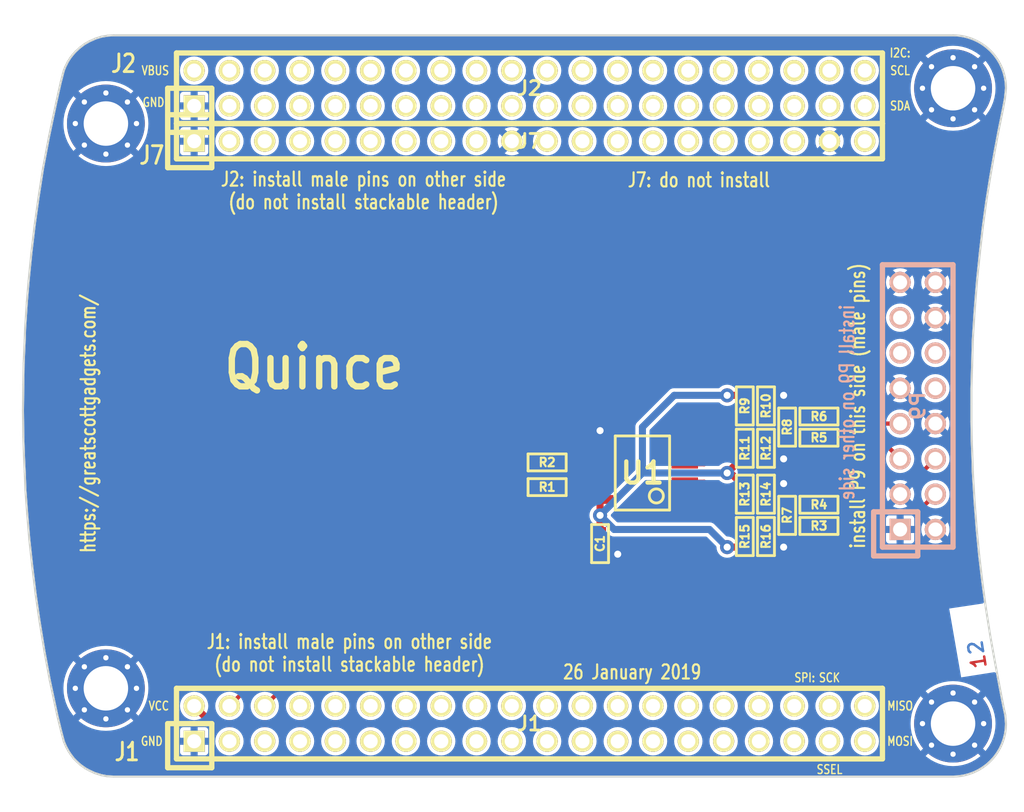
<source format=kicad_pcb>
(kicad_pcb (version 20221018) (generator pcbnew)
  (layers (0 "F.Cu" signal) (31 "B.Cu" signal) (34 "B.Paste" user) (35 "F.Paste" user) (36 "B.SilkS" user "B.Silkscreen") (37 "F.SilkS" user "F.Silkscreen") (38 "B.Mask" user) (39 "F.Mask" user) (44 "Edge.Cuts" user))
  (net 0 "")
  (net 1 "GND")
  (net 2 "VCC")
  (net 3 "/P0_0")
  (net 4 "/P0_1")
  (net 5 "/RXBBQ-")
  (net 6 "/RXBBI-")
  (net 7 "/RXBBQ+")
  (net 8 "/RXBBI+")
  (net 9 "/OUT_A")
  (net 10 "/OUT_B")
  (net 11 "/+IN_A")
  (net 12 "/-IN_A")
  (net 13 "/+IN_B")
  (net 14 "/-IN_B")
  (footprint "gsg-modules:HEADER-2x20" (layer "F.Cu") (at 146.05 118.11)
    (fp_text reference "J1" (at 0 0) (layer "F.SilkS") (effects (font (size 1.016 1.016) (thickness 0.2032))))
    (fp_text value "NEIGHBOR1" hide)
    (pad "1" thru_hole rect (at -24.13 1.27) (size 1.524 1.524) (drill 1.016) (layers "*.Cu" "*.Mask" "F.SilkS") (net 1 "GND"))
    (pad "2" thru_hole circle (at -24.13 -1.27) (size 1.524 1.524) (drill 1.016) (layers "*.Cu" "*.Mask" "F.SilkS") (net 2 "VCC"))
    (pad "3" thru_hole circle (at -21.59 1.27) (size 1.524 1.524) (drill 1.016) (layers "*.Cu" "*.Mask" "F.SilkS"))
    (pad "4" thru_hole circle (at -21.59 -1.27) (size 1.524 1.524) (drill 1.016) (layers "*.Cu" "*.Mask" "F.SilkS") (net 3 "/P0_0"))
    (pad "5" thru_hole circle (at -19.05 1.27) (size 1.524 1.524) (drill 1.016) (layers "*.Cu" "*.Mask" "F.SilkS"))
    (pad "6" thru_hole circle (at -19.05 -1.27) (size 1.524 1.524) (drill 1.016) (layers "*.Cu" "*.Mask" "F.SilkS") (net 4 "/P0_1"))
    (pad "7" thru_hole circle (at -16.51 1.27) (size 1.524 1.524) (drill 1.016) (layers "*.Cu" "*.Mask" "F.SilkS"))
    (pad "8" thru_hole circle (at -16.51 -1.27) (size 1.524 1.524) (drill 1.016) (layers "*.Cu" "*.Mask" "F.SilkS"))
    (pad "9" thru_hole circle (at -13.97 1.27) (size 1.524 1.524) (drill 1.016) (layers "*.Cu" "*.Mask" "F.SilkS"))
    (pad "10" thru_hole circle (at -13.97 -1.27) (size 1.524 1.524) (drill 1.016) (layers "*.Cu" "*.Mask" "F.SilkS"))
    (pad "11" thru_hole circle (at -11.43 1.27) (size 1.524 1.524) (drill 1.016) (layers "*.Cu" "*.Mask" "F.SilkS"))
    (pad "12" thru_hole circle (at -11.43 -1.27) (size 1.524 1.524) (drill 1.016) (layers "*.Cu" "*.Mask" "F.SilkS"))
    (pad "13" thru_hole circle (at -8.89 1.27) (size 1.524 1.524) (drill 1.016) (layers "*.Cu" "*.Mask" "F.SilkS"))
    (pad "14" thru_hole circle (at -8.89 -1.27) (size 1.524 1.524) (drill 1.016) (layers "*.Cu" "*.Mask" "F.SilkS"))
    (pad "15" thru_hole circle (at -6.35 1.27) (size 1.524 1.524) (drill 1.016) (layers "*.Cu" "*.Mask" "F.SilkS"))
    (pad "16" thru_hole circle (at -6.35 -1.27) (size 1.524 1.524) (drill 1.016) (layers "*.Cu" "*.Mask" "F.SilkS"))
    (pad "17" thru_hole circle (at -3.81 1.27) (size 1.524 1.524) (drill 1.016) (layers "*.Cu" "*.Mask" "F.SilkS"))
    (pad "18" thru_hole circle (at -3.81 -1.27) (size 1.524 1.524) (drill 1.016) (layers "*.Cu" "*.Mask" "F.SilkS"))
    (pad "19" thru_hole circle (at -1.27 1.27) (size 1.524 1.524) (drill 1.016) (layers "*.Cu" "*.Mask" "F.SilkS"))
    (pad "20" thru_hole circle (at -1.27 -1.27) (size 1.524 1.524) (drill 1.016) (layers "*.Cu" "*.Mask" "F.SilkS"))
    (pad "21" thru_hole circle (at 1.27 1.27) (size 1.524 1.524) (drill 1.016) (layers "*.Cu" "*.Mask" "F.SilkS"))
    (pad "22" thru_hole circle (at 1.27 -1.27) (size 1.524 1.524) (drill 1.016) (layers "*.Cu" "*.Mask" "F.SilkS"))
    (pad "23" thru_hole circle (at 3.81 1.27) (size 1.524 1.524) (drill 1.016) (layers "*.Cu" "*.Mask" "F.SilkS"))
    (pad "24" thru_hole circle (at 3.81 -1.27) (size 1.524 1.524) (drill 1.016) (layers "*.Cu" "*.Mask" "F.SilkS"))
    (pad "25" thru_hole circle (at 6.35 1.27) (size 1.524 1.524) (drill 1.016) (layers "*.Cu" "*.Mask" "F.SilkS"))
    (pad "26" thru_hole circle (at 6.35 -1.27) (size 1.524 1.524) (drill 1.016) (layers "*.Cu" "*.Mask" "F.SilkS"))
    (pad "27" thru_hole circle (at 8.89 1.27) (size 1.524 1.524) (drill 1.016) (layers "*.Cu" "*.Mask" "F.SilkS"))
    (pad "28" thru_hole circle (at 8.89 -1.27) (size 1.524 1.524) (drill 1.016) (layers "*.Cu" "*.Mask" "F.SilkS"))
    (pad "29" thru_hole circle (at 11.43 1.27) (size 1.524 1.524) (drill 1.016) (layers "*.Cu" "*.Mask" "F.SilkS"))
    (pad "30" thru_hole circle (at 11.43 -1.27) (size 1.524 1.524) (drill 1.016) (layers "*.Cu" "*.Mask" "F.SilkS"))
    (pad "31" thru_hole circle (at 13.97 1.27) (size 1.524 1.524) (drill 1.016) (layers "*.Cu" "*.Mask" "F.SilkS"))
    (pad "32" thru_hole circle (at 13.97 -1.27) (size 1.524 1.524) (drill 1.016) (layers "*.Cu" "*.Mask" "F.SilkS"))
    (pad "33" thru_hole circle (at 16.51 1.27) (size 1.524 1.524) (drill 1.016) (layers "*.Cu" "*.Mask" "F.SilkS"))
    (pad "34" thru_hole circle (at 16.51 -1.27) (size 1.524 1.524) (drill 1.016) (layers "*.Cu" "*.Mask" "F.SilkS"))
    (pad "35" thru_hole circle (at 19.05 1.27) (size 1.524 1.524) (drill 1.016) (layers "*.Cu" "*.Mask" "F.SilkS"))
    (pad "36" thru_hole circle (at 19.05 -1.27) (size 1.524 1.524) (drill 1.016) (layers "*.Cu" "*.Mask" "F.SilkS"))
    (pad "37" thru_hole circle (at 21.59 1.27) (size 1.524 1.524) (drill 1.016) (layers "*.Cu" "*.Mask" "F.SilkS"))
    (pad "38" thru_hole circle (at 21.59 -1.27) (size 1.524 1.524) (drill 1.016) (layers "*.Cu" "*.Mask" "F.SilkS"))
    (pad "39" thru_hole circle (at 24.13 1.27) (size 1.524 1.524) (drill 1.016) (layers "*.Cu" "*.Mask" "F.SilkS"))
    (pad "40" thru_hole circle (at 24.13 -1.27) (size 1.524 1.524) (drill 1.016) (layers "*.Cu" "*.Mask" "F.SilkS"))
  )
  (footprint "gsg-modules:HEADER-2x20" (layer "F.Cu") (at 146.05 72.39)
    (fp_text reference "J2" (at 0 0) (layer "F.SilkS") (effects (font (size 1.016 1.016) (thickness 0.2032))))
    (fp_text value "NEIGHBOR2" hide)
    (pad "1" thru_hole rect (at -24.13 1.27) (size 1.524 1.524) (drill 1.016) (layers "*.Cu" "*.Mask" "F.SilkS") (net 1 "GND"))
    (pad "2" thru_hole circle (at -24.13 -1.27) (size 1.524 1.524) (drill 1.016) (layers "*.Cu" "*.Mask" "F.SilkS"))
    (pad "3" thru_hole circle (at -21.59 1.27) (size 1.524 1.524) (drill 1.016) (layers "*.Cu" "*.Mask" "F.SilkS"))
    (pad "4" thru_hole circle (at -21.59 -1.27) (size 1.524 1.524) (drill 1.016) (layers "*.Cu" "*.Mask" "F.SilkS"))
    (pad "5" thru_hole circle (at -19.05 1.27) (size 1.524 1.524) (drill 1.016) (layers "*.Cu" "*.Mask" "F.SilkS"))
    (pad "6" thru_hole circle (at -19.05 -1.27) (size 1.524 1.524) (drill 1.016) (layers "*.Cu" "*.Mask" "F.SilkS"))
    (pad "7" thru_hole circle (at -16.51 1.27) (size 1.524 1.524) (drill 1.016) (layers "*.Cu" "*.Mask" "F.SilkS"))
    (pad "8" thru_hole circle (at -16.51 -1.27) (size 1.524 1.524) (drill 1.016) (layers "*.Cu" "*.Mask" "F.SilkS"))
    (pad "9" thru_hole circle (at -13.97 1.27) (size 1.524 1.524) (drill 1.016) (layers "*.Cu" "*.Mask" "F.SilkS"))
    (pad "10" thru_hole circle (at -13.97 -1.27) (size 1.524 1.524) (drill 1.016) (layers "*.Cu" "*.Mask" "F.SilkS"))
    (pad "11" thru_hole circle (at -11.43 1.27) (size 1.524 1.524) (drill 1.016) (layers "*.Cu" "*.Mask" "F.SilkS"))
    (pad "12" thru_hole circle (at -11.43 -1.27) (size 1.524 1.524) (drill 1.016) (layers "*.Cu" "*.Mask" "F.SilkS"))
    (pad "13" thru_hole circle (at -8.89 1.27) (size 1.524 1.524) (drill 1.016) (layers "*.Cu" "*.Mask" "F.SilkS"))
    (pad "14" thru_hole circle (at -8.89 -1.27) (size 1.524 1.524) (drill 1.016) (layers "*.Cu" "*.Mask" "F.SilkS"))
    (pad "15" thru_hole circle (at -6.35 1.27) (size 1.524 1.524) (drill 1.016) (layers "*.Cu" "*.Mask" "F.SilkS"))
    (pad "16" thru_hole circle (at -6.35 -1.27) (size 1.524 1.524) (drill 1.016) (layers "*.Cu" "*.Mask" "F.SilkS"))
    (pad "17" thru_hole circle (at -3.81 1.27) (size 1.524 1.524) (drill 1.016) (layers "*.Cu" "*.Mask" "F.SilkS"))
    (pad "18" thru_hole circle (at -3.81 -1.27) (size 1.524 1.524) (drill 1.016) (layers "*.Cu" "*.Mask" "F.SilkS"))
    (pad "19" thru_hole circle (at -1.27 1.27) (size 1.524 1.524) (drill 1.016) (layers "*.Cu" "*.Mask" "F.SilkS"))
    (pad "20" thru_hole circle (at -1.27 -1.27) (size 1.524 1.524) (drill 1.016) (layers "*.Cu" "*.Mask" "F.SilkS"))
    (pad "21" thru_hole circle (at 1.27 1.27) (size 1.524 1.524) (drill 1.016) (layers "*.Cu" "*.Mask" "F.SilkS"))
    (pad "22" thru_hole circle (at 1.27 -1.27) (size 1.524 1.524) (drill 1.016) (layers "*.Cu" "*.Mask" "F.SilkS"))
    (pad "23" thru_hole circle (at 3.81 1.27) (size 1.524 1.524) (drill 1.016) (layers "*.Cu" "*.Mask" "F.SilkS"))
    (pad "24" thru_hole circle (at 3.81 -1.27) (size 1.524 1.524) (drill 1.016) (layers "*.Cu" "*.Mask" "F.SilkS"))
    (pad "25" thru_hole circle (at 6.35 1.27) (size 1.524 1.524) (drill 1.016) (layers "*.Cu" "*.Mask" "F.SilkS"))
    (pad "26" thru_hole circle (at 6.35 -1.27) (size 1.524 1.524) (drill 1.016) (layers "*.Cu" "*.Mask" "F.SilkS"))
    (pad "27" thru_hole circle (at 8.89 1.27) (size 1.524 1.524) (drill 1.016) (layers "*.Cu" "*.Mask" "F.SilkS"))
    (pad "28" thru_hole circle (at 8.89 -1.27) (size 1.524 1.524) (drill 1.016) (layers "*.Cu" "*.Mask" "F.SilkS"))
    (pad "29" thru_hole circle (at 11.43 1.27) (size 1.524 1.524) (drill 1.016) (layers "*.Cu" "*.Mask" "F.SilkS"))
    (pad "30" thru_hole circle (at 11.43 -1.27) (size 1.524 1.524) (drill 1.016) (layers "*.Cu" "*.Mask" "F.SilkS"))
    (pad "31" thru_hole circle (at 13.97 1.27) (size 1.524 1.524) (drill 1.016) (layers "*.Cu" "*.Mask" "F.SilkS"))
    (pad "32" thru_hole circle (at 13.97 -1.27) (size 1.524 1.524) (drill 1.016) (layers "*.Cu" "*.Mask" "F.SilkS"))
    (pad "33" thru_hole circle (at 16.51 1.27) (size 1.524 1.524) (drill 1.016) (layers "*.Cu" "*.Mask" "F.SilkS"))
    (pad "34" thru_hole circle (at 16.51 -1.27) (size 1.524 1.524) (drill 1.016) (layers "*.Cu" "*.Mask" "F.SilkS"))
    (pad "35" thru_hole circle (at 19.05 1.27) (size 1.524 1.524) (drill 1.016) (layers "*.Cu" "*.Mask" "F.SilkS"))
    (pad "36" thru_hole circle (at 19.05 -1.27) (size 1.524 1.524) (drill 1.016) (layers "*.Cu" "*.Mask" "F.SilkS"))
    (pad "37" thru_hole circle (at 21.59 1.27) (size 1.524 1.524) (drill 1.016) (layers "*.Cu" "*.Mask" "F.SilkS"))
    (pad "38" thru_hole circle (at 21.59 -1.27) (size 1.524 1.524) (drill 1.016) (layers "*.Cu" "*.Mask" "F.SilkS"))
    (pad "39" thru_hole circle (at 24.13 1.27) (size 1.524 1.524) (drill 1.016) (layers "*.Cu" "*.Mask" "F.SilkS"))
    (pad "40" thru_hole circle (at 24.13 -1.27) (size 1.524 1.524) (drill 1.016) (layers "*.Cu" "*.Mask" "F.SilkS"))
  )
  (footprint "gsg-modules:HEADER-1x20" (layer "F.Cu") (at 146.05 76.2)
    (fp_text reference "J7" (at 0 0) (layer "F.SilkS") (effects (font (size 1.016 1.016) (thickness 0.2032))))
    (fp_text value "BONUS_ROW" hide)
    (pad "1" thru_hole rect (at -24.13 0) (size 1.524 1.524) (drill 1.016) (layers "*.Cu" "*.Mask" "F.SilkS") (net 1 "GND"))
    (pad "2" thru_hole circle (at -21.59 0) (size 1.524 1.524) (drill 1.016) (layers "*.Cu" "*.Mask" "F.SilkS"))
    (pad "3" thru_hole circle (at -19.05 0) (size 1.524 1.524) (drill 1.016) (layers "*.Cu" "*.Mask" "F.SilkS"))
    (pad "4" thru_hole circle (at -16.51 0) (size 1.524 1.524) (drill 1.016) (layers "*.Cu" "*.Mask" "F.SilkS"))
    (pad "5" thru_hole circle (at -13.97 0) (size 1.524 1.524) (drill 1.016) (layers "*.Cu" "*.Mask" "F.SilkS"))
    (pad "6" thru_hole circle (at -11.43 0) (size 1.524 1.524) (drill 1.016) (layers "*.Cu" "*.Mask" "F.SilkS"))
    (pad "7" thru_hole circle (at -8.89 0) (size 1.524 1.524) (drill 1.016) (layers "*.Cu" "*.Mask" "F.SilkS"))
    (pad "8" thru_hole circle (at -6.35 0) (size 1.524 1.524) (drill 1.016) (layers "*.Cu" "*.Mask" "F.SilkS"))
    (pad "9" thru_hole circle (at -3.81 0) (size 1.524 1.524) (drill 1.016) (layers "*.Cu" "*.Mask" "F.SilkS"))
    (pad "10" thru_hole circle (at -1.27 0) (size 1.524 1.524) (drill 1.016) (layers "*.Cu" "*.Mask" "F.SilkS") (net 1 "GND"))
    (pad "11" thru_hole circle (at 1.27 0) (size 1.524 1.524) (drill 1.016) (layers "*.Cu" "*.Mask" "F.SilkS"))
    (pad "12" thru_hole circle (at 3.81 0) (size 1.524 1.524) (drill 1.016) (layers "*.Cu" "*.Mask" "F.SilkS"))
    (pad "13" thru_hole circle (at 6.35 0) (size 1.524 1.524) (drill 1.016) (layers "*.Cu" "*.Mask" "F.SilkS"))
    (pad "14" thru_hole circle (at 8.89 0) (size 1.524 1.524) (drill 1.016) (layers "*.Cu" "*.Mask" "F.SilkS"))
    (pad "15" thru_hole circle (at 11.43 0) (size 1.524 1.524) (drill 1.016) (layers "*.Cu" "*.Mask" "F.SilkS"))
    (pad "16" thru_hole circle (at 13.97 0) (size 1.524 1.524) (drill 1.016) (layers "*.Cu" "*.Mask" "F.SilkS"))
    (pad "17" thru_hole circle (at 16.51 0) (size 1.524 1.524) (drill 1.016) (layers "*.Cu" "*.Mask" "F.SilkS"))
    (pad "18" thru_hole circle (at 19.05 0) (size 1.524 1.524) (drill 1.016) (layers "*.Cu" "*.Mask" "F.SilkS"))
    (pad "19" thru_hole circle (at 21.59 0) (size 1.524 1.524) (drill 1.016) (layers "*.Cu" "*.Mask" "F.SilkS") (net 1 "GND"))
    (pad "20" thru_hole circle (at 24.13 0) (size 1.524 1.524) (drill 1.016) (layers "*.Cu" "*.Mask" "F.SilkS"))
  )
  (footprint "gsg-modules:HOLE126MIL-COPPER" (layer "F.Cu") (at 115.57 74.93)
    (fp_text reference "MH1" hide)
    (fp_text value "MOUNTING_HOLE" hide)
    (pad "1" thru_hole circle (at -2.2 0) (size 0.6 0.6) (drill 0.381) (layers "*.Cu" "*.Mask") (net 1 "GND"))
    (pad "1" thru_hole circle (at -1.55 -1.55) (size 0.6 0.6) (drill 0.381) (layers "*.Cu" "*.Mask") (net 1 "GND"))
    (pad "1" thru_hole circle (at -1.55 1.55) (size 0.6 0.6) (drill 0.381) (layers "*.Cu" "*.Mask") (net 1 "GND"))
    (pad "1" thru_hole circle (at 0 -2.2) (size 0.6 0.6) (drill 0.381) (layers "*.Cu" "*.Mask") (net 1 "GND"))
    (pad "1" thru_hole circle (at 0 0) (size 5.6 5.6) (drill 3.2004) (layers "*.Cu" "*.Mask") (net 1 "GND"))
    (pad "1" thru_hole circle (at 0 2.2) (size 0.6 0.6) (drill 0.381) (layers "*.Cu" "*.Mask") (net 1 "GND"))
    (pad "1" thru_hole circle (at 1.55 -1.55) (size 0.6 0.6) (drill 0.381) (layers "*.Cu" "*.Mask") (net 1 "GND"))
    (pad "1" thru_hole circle (at 1.55 1.55) (size 0.6 0.6) (drill 0.381) (layers "*.Cu" "*.Mask") (net 1 "GND"))
    (pad "1" thru_hole circle (at 2.2 0) (size 0.6 0.6) (drill 0.381) (layers "*.Cu" "*.Mask") (net 1 "GND"))
  )
  (footprint "gsg-modules:HOLE126MIL-COPPER" (layer "F.Cu") (at 115.57 115.57)
    (fp_text reference "MH2" hide)
    (fp_text value "MOUNTING_HOLE" hide)
    (pad "1" thru_hole circle (at -2.2 0) (size 0.6 0.6) (drill 0.381) (layers "*.Cu" "*.Mask") (net 1 "GND"))
    (pad "1" thru_hole circle (at -1.55 -1.55) (size 0.6 0.6) (drill 0.381) (layers "*.Cu" "*.Mask") (net 1 "GND"))
    (pad "1" thru_hole circle (at -1.55 1.55) (size 0.6 0.6) (drill 0.381) (layers "*.Cu" "*.Mask") (net 1 "GND"))
    (pad "1" thru_hole circle (at 0 -2.2) (size 0.6 0.6) (drill 0.381) (layers "*.Cu" "*.Mask") (net 1 "GND"))
    (pad "1" thru_hole circle (at 0 0) (size 5.6 5.6) (drill 3.2004) (layers "*.Cu" "*.Mask") (net 1 "GND"))
    (pad "1" thru_hole circle (at 0 2.2) (size 0.6 0.6) (drill 0.381) (layers "*.Cu" "*.Mask") (net 1 "GND"))
    (pad "1" thru_hole circle (at 1.55 -1.55) (size 0.6 0.6) (drill 0.381) (layers "*.Cu" "*.Mask") (net 1 "GND"))
    (pad "1" thru_hole circle (at 1.55 1.55) (size 0.6 0.6) (drill 0.381) (layers "*.Cu" "*.Mask") (net 1 "GND"))
    (pad "1" thru_hole circle (at 2.2 0) (size 0.6 0.6) (drill 0.381) (layers "*.Cu" "*.Mask") (net 1 "GND"))
  )
  (footprint "gsg-modules:HOLE126MIL-COPPER" (layer "F.Cu") (at 176.53 118.11)
    (fp_text reference "MH3" hide)
    (fp_text value "MOUNTING_HOLE" hide)
    (pad "1" thru_hole circle (at -2.2 0) (size 0.6 0.6) (drill 0.381) (layers "*.Cu" "*.Mask") (net 1 "GND"))
    (pad "1" thru_hole circle (at -1.55 -1.55) (size 0.6 0.6) (drill 0.381) (layers "*.Cu" "*.Mask") (net 1 "GND"))
    (pad "1" thru_hole circle (at -1.55 1.55) (size 0.6 0.6) (drill 0.381) (layers "*.Cu" "*.Mask") (net 1 "GND"))
    (pad "1" thru_hole circle (at 0 -2.2) (size 0.6 0.6) (drill 0.381) (layers "*.Cu" "*.Mask") (net 1 "GND"))
    (pad "1" thru_hole circle (at 0 0) (size 5.6 5.6) (drill 3.2004) (layers "*.Cu" "*.Mask") (net 1 "GND"))
    (pad "1" thru_hole circle (at 0 2.2) (size 0.6 0.6) (drill 0.381) (layers "*.Cu" "*.Mask") (net 1 "GND"))
    (pad "1" thru_hole circle (at 1.55 -1.55) (size 0.6 0.6) (drill 0.381) (layers "*.Cu" "*.Mask") (net 1 "GND"))
    (pad "1" thru_hole circle (at 1.55 1.55) (size 0.6 0.6) (drill 0.381) (layers "*.Cu" "*.Mask") (net 1 "GND"))
    (pad "1" thru_hole circle (at 2.2 0) (size 0.6 0.6) (drill 0.381) (layers "*.Cu" "*.Mask") (net 1 "GND"))
  )
  (footprint "gsg-modules:HOLE126MIL-COPPER" (layer "F.Cu") (at 176.53 72.39)
    (fp_text reference "MH4" hide)
    (fp_text value "MOUNTING_HOLE" hide)
    (pad "1" thru_hole circle (at -2.2 0) (size 0.6 0.6) (drill 0.381) (layers "*.Cu" "*.Mask") (net 1 "GND"))
    (pad "1" thru_hole circle (at -1.55 -1.55) (size 0.6 0.6) (drill 0.381) (layers "*.Cu" "*.Mask") (net 1 "GND"))
    (pad "1" thru_hole circle (at -1.55 1.55) (size 0.6 0.6) (drill 0.381) (layers "*.Cu" "*.Mask") (net 1 "GND"))
    (pad "1" thru_hole circle (at 0 -2.2) (size 0.6 0.6) (drill 0.381) (layers "*.Cu" "*.Mask") (net 1 "GND"))
    (pad "1" thru_hole circle (at 0 0) (size 5.6 5.6) (drill 3.2004) (layers "*.Cu" "*.Mask") (net 1 "GND"))
    (pad "1" thru_hole circle (at 0 2.2) (size 0.6 0.6) (drill 0.381) (layers "*.Cu" "*.Mask") (net 1 "GND"))
    (pad "1" thru_hole circle (at 1.55 -1.55) (size 0.6 0.6) (drill 0.381) (layers "*.Cu" "*.Mask") (net 1 "GND"))
    (pad "1" thru_hole circle (at 1.55 1.55) (size 0.6 0.6) (drill 0.381) (layers "*.Cu" "*.Mask") (net 1 "GND"))
    (pad "1" thru_hole circle (at 2.2 0) (size 0.6 0.6) (drill 0.381) (layers "*.Cu" "*.Mask") (net 1 "GND"))
  )
  (footprint "gsg-modules:0603" (layer "F.Cu") (at 151.13 105.156 90)
    (fp_text reference "C1" (at 0 0 90) (layer "F.SilkS") (effects (font (size 0.6096 0.6096) (thickness 0.1524))))
    (fp_text value "C" hide)
    (pad "1" smd rect (at -0.762 0 90) (size 0.8636 0.8636) (layers "F.Cu" "F.Paste" "F.Mask") (net 1 "GND"))
    (pad "2" smd rect (at 0.762 0 90) (size 0.8636 0.8636) (layers "F.Cu" "F.Paste" "F.Mask") (net 2 "VCC"))
  )
  (footprint "gsg-modules:0603" (layer "F.Cu") (at 147.32 101.092)
    (fp_text reference "R1" (at 0 0) (layer "F.SilkS") (effects (font (size 0.6096 0.6096) (thickness 0.1524))))
    (fp_text value "0" hide)
    (pad "1" smd rect (at -0.762 0) (size 0.8636 0.8636) (layers "F.Cu" "F.Paste" "F.Mask") (net 4 "/P0_1"))
    (pad "2" smd rect (at 0.762 0) (size 0.8636 0.8636) (layers "F.Cu" "F.Paste" "F.Mask") (net 9 "/OUT_A"))
  )
  (footprint "gsg-modules:0603" (layer "F.Cu") (at 147.32 99.314)
    (fp_text reference "R2" (at 0 0) (layer "F.SilkS") (effects (font (size 0.6096 0.6096) (thickness 0.1524))))
    (fp_text value "0" hide)
    (pad "1" smd rect (at -0.762 0) (size 0.8636 0.8636) (layers "F.Cu" "F.Paste" "F.Mask") (net 3 "/P0_0"))
    (pad "2" smd rect (at 0.762 0) (size 0.8636 0.8636) (layers "F.Cu" "F.Paste" "F.Mask") (net 10 "/OUT_B"))
  )
  (footprint "gsg-modules:0603" (layer "F.Cu") (at 166.878 103.886)
    (fp_text reference "R3" (at 0 0) (layer "F.SilkS") (effects (font (size 0.6096 0.6096) (thickness 0.1524))))
    (fp_text value "0" hide)
    (pad "1" smd rect (at -0.762 0) (size 0.8636 0.8636) (layers "F.Cu" "F.Paste" "F.Mask") (net 11 "/+IN_A"))
    (pad "2" smd rect (at 0.762 0) (size 0.8636 0.8636) (layers "F.Cu" "F.Paste" "F.Mask") (net 5 "/RXBBQ-"))
  )
  (footprint "gsg-modules:0603" (layer "F.Cu") (at 166.878 102.362)
    (fp_text reference "R4" (at 0 0) (layer "F.SilkS") (effects (font (size 0.6096 0.6096) (thickness 0.1524))))
    (fp_text value "0" hide)
    (pad "1" smd rect (at -0.762 0) (size 0.8636 0.8636) (layers "F.Cu" "F.Paste" "F.Mask") (net 12 "/-IN_A"))
    (pad "2" smd rect (at 0.762 0) (size 0.8636 0.8636) (layers "F.Cu" "F.Paste" "F.Mask") (net 7 "/RXBBQ+"))
  )
  (footprint "gsg-modules:0603" (layer "F.Cu") (at 166.878 97.536)
    (fp_text reference "R5" (at 0 0) (layer "F.SilkS") (effects (font (size 0.6096 0.6096) (thickness 0.1524))))
    (fp_text value "0" hide)
    (pad "1" smd rect (at -0.762 0) (size 0.8636 0.8636) (layers "F.Cu" "F.Paste" "F.Mask") (net 13 "/+IN_B"))
    (pad "2" smd rect (at 0.762 0) (size 0.8636 0.8636) (layers "F.Cu" "F.Paste" "F.Mask") (net 6 "/RXBBI-"))
  )
  (footprint "gsg-modules:0603" (layer "F.Cu") (at 166.878 96.012)
    (fp_text reference "R6" (at 0 0) (layer "F.SilkS") (effects (font (size 0.6096 0.6096) (thickness 0.1524))))
    (fp_text value "0" hide)
    (pad "1" smd rect (at -0.762 0) (size 0.8636 0.8636) (layers "F.Cu" "F.Paste" "F.Mask") (net 14 "/-IN_B"))
    (pad "2" smd rect (at 0.762 0) (size 0.8636 0.8636) (layers "F.Cu" "F.Paste" "F.Mask") (net 8 "/RXBBI+"))
  )
  (footprint "gsg-modules:0603" (layer "F.Cu") (at 164.592 103.124 90)
    (fp_text reference "R7" (at 0 0 90) (layer "F.SilkS") (effects (font (size 0.6096 0.6096) (thickness 0.1524))))
    (fp_text value "R" hide)
    (pad "1" smd rect (at -0.762 0 90) (size 0.8636 0.8636) (layers "F.Cu" "F.Paste" "F.Mask") (net 11 "/+IN_A"))
    (pad "2" smd rect (at 0.762 0 90) (size 0.8636 0.8636) (layers "F.Cu" "F.Paste" "F.Mask") (net 12 "/-IN_A"))
  )
  (footprint "gsg-modules:0603" (layer "F.Cu") (at 164.592 96.774 90)
    (fp_text reference "R8" (at 0 0 90) (layer "F.SilkS") (effects (font (size 0.6096 0.6096) (thickness 0.1524))))
    (fp_text value "R" hide)
    (pad "1" smd rect (at -0.762 0 90) (size 0.8636 0.8636) (layers "F.Cu" "F.Paste" "F.Mask") (net 13 "/+IN_B"))
    (pad "2" smd rect (at 0.762 0 90) (size 0.8636 0.8636) (layers "F.Cu" "F.Paste" "F.Mask") (net 14 "/-IN_B"))
  )
  (footprint "gsg-modules:0603" (layer "F.Cu") (at 161.544 95.25 -90)
    (fp_text reference "R9" (at 0 0 270) (layer "F.SilkS") (effects (font (size 0.6096 0.6096) (thickness 0.1524))))
    (fp_text value "R" hide)
    (pad "1" smd rect (at -0.762 0 270) (size 0.8636 0.8636) (layers "F.Cu" "F.Paste" "F.Mask") (net 2 "VCC"))
    (pad "2" smd rect (at 0.762 0 270) (size 0.8636 0.8636) (layers "F.Cu" "F.Paste" "F.Mask") (net 14 "/-IN_B"))
  )
  (footprint "gsg-modules:0603" (layer "F.Cu") (at 163.068 95.25 90)
    (fp_text reference "R10" (at 0 0 90) (layer "F.SilkS") (effects (font (size 0.6096 0.6096) (thickness 0.1524))))
    (fp_text value "R" hide)
    (pad "1" smd rect (at -0.762 0 90) (size 0.8636 0.8636) (layers "F.Cu" "F.Paste" "F.Mask") (net 14 "/-IN_B"))
    (pad "2" smd rect (at 0.762 0 90) (size 0.8636 0.8636) (layers "F.Cu" "F.Paste" "F.Mask") (net 1 "GND"))
  )
  (footprint "gsg-modules:0603" (layer "F.Cu") (at 161.544 98.298 90)
    (fp_text reference "R11" (at 0 0 90) (layer "F.SilkS") (effects (font (size 0.6096 0.6096) (thickness 0.1524))))
    (fp_text value "R" hide)
    (pad "1" smd rect (at -0.762 0 90) (size 0.8636 0.8636) (layers "F.Cu" "F.Paste" "F.Mask") (net 2 "VCC"))
    (pad "2" smd rect (at 0.762 0 90) (size 0.8636 0.8636) (layers "F.Cu" "F.Paste" "F.Mask") (net 13 "/+IN_B"))
  )
  (footprint "gsg-modules:0603" (layer "F.Cu") (at 163.068 98.298 -90)
    (fp_text reference "R12" (at 0 0 270) (layer "F.SilkS") (effects (font (size 0.6096 0.6096) (thickness 0.1524))))
    (fp_text value "R" hide)
    (pad "1" smd rect (at -0.762 0 270) (size 0.8636 0.8636) (layers "F.Cu" "F.Paste" "F.Mask") (net 13 "/+IN_B"))
    (pad "2" smd rect (at 0.762 0 270) (size 0.8636 0.8636) (layers "F.Cu" "F.Paste" "F.Mask") (net 1 "GND"))
  )
  (footprint "gsg-modules:0603" (layer "F.Cu") (at 161.544 101.6 -90)
    (fp_text reference "R13" (at 0 0 270) (layer "F.SilkS") (effects (font (size 0.6096 0.6096) (thickness 0.1524))))
    (fp_text value "R" hide)
    (pad "1" smd rect (at -0.762 0 270) (size 0.8636 0.8636) (layers "F.Cu" "F.Paste" "F.Mask") (net 2 "VCC"))
    (pad "2" smd rect (at 0.762 0 270) (size 0.8636 0.8636) (layers "F.Cu" "F.Paste" "F.Mask") (net 12 "/-IN_A"))
  )
  (footprint "gsg-modules:0603" (layer "F.Cu") (at 163.068 101.6 90)
    (fp_text reference "R14" (at 0 0 90) (layer "F.SilkS") (effects (font (size 0.6096 0.6096) (thickness 0.1524))))
    (fp_text value "R" hide)
    (pad "1" smd rect (at -0.762 0 90) (size 0.8636 0.8636) (layers "F.Cu" "F.Paste" "F.Mask") (net 12 "/-IN_A"))
    (pad "2" smd rect (at 0.762 0 90) (size 0.8636 0.8636) (layers "F.Cu" "F.Paste" "F.Mask") (net 1 "GND"))
  )
  (footprint "gsg-modules:0603" (layer "F.Cu") (at 161.544 104.648 90)
    (fp_text reference "R15" (at 0 0 90) (layer "F.SilkS") (effects (font (size 0.6096 0.6096) (thickness 0.1524))))
    (fp_text value "R" hide)
    (pad "1" smd rect (at -0.762 0 90) (size 0.8636 0.8636) (layers "F.Cu" "F.Paste" "F.Mask") (net 2 "VCC"))
    (pad "2" smd rect (at 0.762 0 90) (size 0.8636 0.8636) (layers "F.Cu" "F.Paste" "F.Mask") (net 11 "/+IN_A"))
  )
  (footprint "gsg-modules:0603" (layer "F.Cu") (at 163.068 104.648 -90)
    (fp_text reference "R16" (at 0 0 270) (layer "F.SilkS") (effects (font (size 0.6096 0.6096) (thickness 0.1524))))
    (fp_text value "R" hide)
    (pad "1" smd rect (at -0.762 0 270) (size 0.8636 0.8636) (layers "F.Cu" "F.Paste" "F.Mask") (net 11 "/+IN_A"))
    (pad "2" smd rect (at 0.762 0 270) (size 0.8636 0.8636) (layers "F.Cu" "F.Paste" "F.Mask") (net 1 "GND"))
  )
  (footprint "gsg-modules:SOIC8-154" (layer "F.Cu") (at 154.178 100.076 180)
    (fp_text reference "U1" (at 0 0 180) (layer "F.SilkS") (effects (font (size 1.524 1.524) (thickness 0.3048))))
    (fp_text value "TLV3502" hide)
    (pad "1" smd rect (at -3.048 -1.905 180) (size 1.905 0.635) (layers "F.Cu" "F.Paste" "F.Mask") (net 11 "/+IN_A"))
    (pad "2" smd rect (at -3.048 -0.635 180) (size 1.905 0.635) (layers "F.Cu" "F.Paste" "F.Mask") (net 12 "/-IN_A"))
    (pad "3" smd rect (at -3.048 0.635 180) (size 1.905 0.635) (layers "F.Cu" "F.Paste" "F.Mask") (net 13 "/+IN_B"))
    (pad "4" smd rect (at -3.048 1.905 180) (size 1.905 0.635) (layers "F.Cu" "F.Paste" "F.Mask") (net 14 "/-IN_B"))
    (pad "5" smd rect (at 3.048 1.905 180) (size 1.905 0.635) (layers "F.Cu" "F.Paste" "F.Mask") (net 1 "GND"))
    (pad "6" smd rect (at 3.048 0.635 180) (size 1.905 0.635) (layers "F.Cu" "F.Paste" "F.Mask") (net 10 "/OUT_B"))
    (pad "7" smd rect (at 3.048 -0.635 180) (size 1.905 0.635) (layers "F.Cu" "F.Paste" "F.Mask") (net 9 "/OUT_A"))
    (pad "8" smd rect (at 3.048 -1.905 180) (size 1.905 0.635) (layers "F.Cu" "F.Paste" "F.Mask") (net 2 "VCC"))
  )
  (footprint "gsg-modules:HEADER-2x8" (layer "B.Cu") (at 173.99 95.25 90)
    (fp_text reference "P9" (at 0 0 90) (layer "B.SilkS") (effects (font (size 1.016 1.016) (thickness 0.2032)) (justify mirror)))
    (fp_text value "BASEBAND" hide)
    (pad "1" thru_hole rect (at -8.89 -1.27 90) (size 1.524 1.524) (drill 1.016) (layers "*.Cu" "*.Mask" "B.SilkS") (net 1 "GND"))
    (pad "2" thru_hole circle (at -8.89 1.27 90) (size 1.524 1.524) (drill 1.016) (layers "*.Cu" "*.Mask" "B.SilkS") (net 1 "GND"))
    (pad "3" thru_hole circle (at -6.35 -1.27 90) (size 1.524 1.524) (drill 1.016) (layers "*.Cu" "*.Mask" "B.SilkS") (net 1 "GND"))
    (pad "4" thru_hole circle (at -6.35 1.27 90) (size 1.524 1.524) (drill 1.016) (layers "*.Cu" "*.Mask" "B.SilkS") (net 5 "/RXBBQ-"))
    (pad "5" thru_hole circle (at -3.81 -1.27 90) (size 1.524 1.524) (drill 1.016) (layers "*.Cu" "*.Mask" "B.SilkS") (net 6 "/RXBBI-"))
    (pad "6" thru_hole circle (at -3.81 1.27 90) (size 1.524 1.524) (drill 1.016) (layers "*.Cu" "*.Mask" "B.SilkS") (net 7 "/RXBBQ+"))
    (pad "7" thru_hole circle (at -1.27 -1.27 90) (size 1.524 1.524) (drill 1.016) (layers "*.Cu" "*.Mask" "B.SilkS") (net 8 "/RXBBI+"))
    (pad "8" thru_hole circle (at -1.27 1.27 90) (size 1.524 1.524) (drill 1.016) (layers "*.Cu" "*.Mask" "B.SilkS") (net 1 "GND"))
    (pad "9" thru_hole circle (at 1.27 -1.27 90) (size 1.524 1.524) (drill 1.016) (layers "*.Cu" "*.Mask" "B.SilkS") (net 1 "GND"))
    (pad "10" thru_hole circle (at 1.27 1.27 90) (size 1.524 1.524) (drill 1.016) (layers "*.Cu" "*.Mask" "B.SilkS"))
    (pad "11" thru_hole circle (at 3.81 -1.27 90) (size 1.524 1.524) (drill 1.016) (layers "*.Cu" "*.Mask" "B.SilkS"))
    (pad "12" thru_hole circle (at 3.81 1.27 90) (size 1.524 1.524) (drill 1.016) (layers "*.Cu" "*.Mask" "B.SilkS"))
    (pad "13" thru_hole circle (at 6.35 -1.27 90) (size 1.524 1.524) (drill 1.016) (layers "*.Cu" "*.Mask" "B.SilkS"))
    (pad "14" thru_hole circle (at 6.35 1.27 90) (size 1.524 1.524) (drill 1.016) (layers "*.Cu" "*.Mask" "B.SilkS") (net 1 "GND"))
    (pad "15" thru_hole circle (at 8.89 -1.27 90) (size 1.524 1.524) (drill 1.016) (layers "*.Cu" "*.Mask" "B.SilkS") (net 1 "GND"))
    (pad "16" thru_hole circle (at 8.89 1.27 90) (size 1.524 1.524) (drill 1.016) (layers "*.Cu" "*.Mask" "B.SilkS") (net 1 "GND"))
  )
  (gr_line (start 111.5314 114.9858) (end 111.1504 112.9284) (stroke (width 0.15)) (layer "Edge.Cuts"))
  (gr_line (start 179.197 78.8162) (end 179.5018 77.0636) (stroke (width 0.15)) (layer "Edge.Cuts"))
  (gr_line (start 109.6264 97.4852) (end 109.6772 98.933) (stroke (width 0.15)) (layer "Edge.Cuts"))
  (gr_line (start 113.1824 69.977) (end 113.0046 70.2056) (stroke (width 0.15)) (layer "Edge.Cuts"))
  (gr_line (start 178.6382 107.9246) (end 178.8922 109.8042) (stroke (width 0.15)) (layer "Edge.Cuts"))
  (gr_line (start 178.6636 82.4484) (end 178.9176 80.5688) (stroke (width 0.15)) (layer "Edge.Cuts"))
  (gr_line (start 116.1288 121.92) (end 115.6462 121.8946) (stroke (width 0.15)) (layer "Edge.Cuts"))
  (gr_line (start 112.5474 71.0946) (end 112.4712 71.374) (stroke (width 0.15)) (layer "Edge.Cuts"))
  (gr_line (start 113.0046 70.2056) (end 112.8268 70.485) (stroke (width 0.15)) (layer "Edge.Cuts"))
  (gr_line (start 110.0074 86.2584) (end 109.8804 87.7824) (stroke (width 0.15)) (layer "Edge.Cuts"))
  (gr_line (start 176.53 121.92) (end 116.1288 121.92) (stroke (width 0.15)) (layer "Edge.Cuts"))
  (gr_line (start 112.4712 71.374) (end 112.395 71.6788) (stroke (width 0.15)) (layer "Edge.Cuts"))
  (gr_arc (start 176.53 68.58) (mid 179.224077 69.695923) (end 180.34 72.39) (stroke (width 0.15)) (layer "Edge.Cuts"))
  (gr_line (start 116.1288 68.58) (end 115.697 68.6054) (stroke (width 0.15)) (layer "Edge.Cuts"))
  (gr_line (start 179.5526 113.7158) (end 179.8828 115.4684) (stroke (width 0.15)) (layer "Edge.Cuts"))
  (gr_line (start 109.6264 93.726) (end 109.601 95.5802) (stroke (width 0.15)) (layer "Edge.Cuts"))
  (gr_line (start 112.4458 119.0244) (end 112.3442 118.6434) (stroke (width 0.15)) (layer "Edge.Cuts"))
  (gr_line (start 178.9176 80.5688) (end 179.197 78.8162) (stroke (width 0.15)) (layer "Edge.Cuts"))
  (gr_line (start 179.2224 111.887) (end 179.5526 113.7158) (stroke (width 0.15)) (layer "Edge.Cuts"))
  (gr_line (start 114.7572 121.666) (end 114.3762 121.4882) (stroke (width 0.15)) (layer "Edge.Cuts"))
  (gr_line (start 177.8508 94.0054) (end 177.8508 95.123) (stroke (width 0.15)) (layer "Edge.Cuts"))
  (gr_line (start 112.5474 119.4054) (end 112.4458 119.0244) (stroke (width 0.15)) (layer "Edge.Cuts"))
  (gr_line (start 112.8776 120.0912) (end 112.6998 119.761) (stroke (width 0.15)) (layer "Edge.Cuts"))
  (gr_line (start 178.4604 84.2264) (end 178.6636 82.4484) (stroke (width 0.15)) (layer "Edge.Cuts"))
  (gr_line (start 180.2892 117.5004) (end 180.34 118.11) (stroke (width 0.15)) (layer "Edge.Cuts"))
  (gr_line (start 178.8922 109.8042) (end 179.2224 111.887) (stroke (width 0.15)) (layer "Edge.Cuts"))
  (gr_line (start 177.8762 97.79) (end 177.927 99.0346) (stroke (width 0.15)) (layer "Edge.Cuts"))
  (gr_line (start 177.927 99.0346) (end 177.9524 99.9998) (stroke (width 0.15)) (layer "Edge.Cuts"))
  (gr_line (start 113.2586 120.6246) (end 113.03 120.3198) (stroke (width 0.15)) (layer "Edge.Cuts"))
  (gr_line (start 109.601 95.5802) (end 109.6264 97.4852) (stroke (width 0.15)) (layer "Edge.Cuts"))
  (gr_line (start 110.5154 108.8136) (end 110.2614 106.7308) (stroke (width 0.15)) (layer "Edge.Cuts"))
  (gr_line (start 112.3442 118.6434) (end 112.0902 117.602) (stroke (width 0.15)) (layer "Edge.Cuts"))
  (gr_line (start 114.8334 68.8086) (end 114.3762 69.0118) (stroke (width 0.15)) (layer "Edge.Cuts"))
  (gr_line (start 109.6518 92.1766) (end 109.6264 93.726) (stroke (width 0.15)) (layer "Edge.Cuts"))
  (gr_line (start 114.3762 69.0118) (end 114.0206 69.215) (stroke (width 0.15)) (layer "Edge.Cuts"))
  (gr_line (start 109.9058 103.0224) (end 109.7788 101.2952) (stroke (width 0.15)) (layer "Edge.Cuts"))
  (gr_line (start 116.1288 68.58) (end 176.53 68.58) (stroke (width 0.15)) (layer "Edge.Cuts"))
  (gr_line (start 179.8828 115.4684) (end 180.1368 116.7892) (stroke (width 0.15)) (layer "Edge.Cuts"))
  (gr_line (start 114.0206 69.215) (end 113.6904 69.469) (stroke (width 0.15)) (layer "Edge.Cuts"))
  (gr_line (start 178.2318 104.1146) (end 178.4096 105.9942) (stroke (width 0.15)) (layer "Edge.Cuts"))
  (gr_line (start 114.0968 121.3358) (end 113.7412 121.0818) (stroke (width 0.15)) (layer "Edge.Cuts"))
  (gr_line (start 180.1368 116.7892) (end 180.2892 117.5004) (stroke (width 0.15)) (layer "Edge.Cuts"))
  (gr_line (start 111.0488 78.1304) (end 110.7186 80.264) (stroke (width 0.15)) (layer "Edge.Cuts"))
  (gr_line (start 177.8508 96.393) (end 177.8762 97.79) (stroke (width 0.15)) (layer "Edge.Cuts"))
  (gr_line (start 177.9524 90.5002) (end 177.9016 92.3544) (stroke (width 0.15)) (layer "Edge.Cuts"))
  (gr_line (start 110.2614 106.7308) (end 110.0582 104.8512) (stroke (width 0.15)) (layer "Edge.Cuts"))
  (gr_line (start 180.2638 73.1266) (end 180.34 72.39) (stroke (width 0.15)) (layer "Edge.Cuts"))
  (gr_line (start 115.2398 121.8184) (end 114.7572 121.666) (stroke (width 0.15)) (layer "Edge.Cuts"))
  (gr_line (start 113.6904 69.469) (end 113.3856 69.7484) (stroke (width 0.15)) (layer "Edge.Cuts"))
  (gr_line (start 110.7186 80.264) (end 110.4392 82.2706) (stroke (width 0.15)) (layer "Edge.Cuts"))
  (gr_line (start 177.8508 95.123) (end 177.8508 96.393) (stroke (width 0.15)) (layer "Edge.Cuts"))
  (gr_line (start 110.2106 84.201) (end 110.0074 86.2584) (stroke (width 0.15)) (layer "Edge.Cuts"))
  (gr_line (start 109.7788 101.2952) (end 109.728 99.9998) (stroke (width 0.15)) (layer "Edge.Cuts"))
  (gr_line (start 112.8268 70.485) (end 112.649 70.8406) (stroke (width 0.15)) (layer "Edge.Cuts"))
  (gr_line (start 111.4806 75.8444) (end 111.0488 78.1304) (stroke (width 0.15)) (layer "Edge.Cuts"))
  (gr_arc (start 180.34 118.11) (mid 179.224077 120.804077) (end 176.53 121.92) (stroke (width 0.15)) (layer "Edge.Cuts"))
  (gr_line (start 178.0794 88.4682) (end 178.2572 86.233) (stroke (width 0.15)) (layer "Edge.Cuts"))
  (gr_line (start 179.8066 75.438) (end 180.1368 73.8124) (stroke (width 0.15)) (layer "Edge.Cuts"))
  (gr_line (start 110.7948 110.744) (end 110.5154 108.8136) (stroke (width 0.15)) (layer "Edge.Cuts"))
  (gr_line (start 177.9016 92.3544) (end 177.8508 94.0054) (stroke (width 0.15)) (layer "Edge.Cuts"))
  (gr_line (start 110.4392 82.2706) (end 110.2106 84.201) (stroke (width 0.15)) (layer "Edge.Cuts"))
  (gr_line (start 113.4872 120.8532) (end 113.2586 120.6246) (stroke (width 0.15)) (layer "Edge.Cuts"))
  (gr_line (start 112.0902 117.602) (end 111.5314 114.9858) (stroke (width 0.15)) (layer "Edge.Cuts"))
  (gr_line (start 115.6462 121.8946) (end 115.2398 121.8184) (stroke (width 0.15)) (layer "Edge.Cuts"))
  (gr_line (start 110.0582 104.8512) (end 109.9058 103.0224) (stroke (width 0.15)) (layer "Edge.Cuts"))
  (gr_line (start 109.8804 87.7824) (end 109.7534 89.7128) (stroke (width 0.15)) (layer "Edge.Cuts"))
  (gr_line (start 115.697 68.6054) (end 115.2398 68.6816) (stroke (width 0.15)) (layer "Edge.Cuts"))
  (gr_line (start 177.9524 99.9998) (end 178.0794 102.108) (stroke (width 0.15)) (layer "Edge.Cuts"))
  (gr_line (start 112.014 73.3298) (end 111.4806 75.8444) (stroke (width 0.15)) (layer "Edge.Cuts"))
  (gr_line (start 113.3856 69.7484) (end 113.1824 69.977) (stroke (width 0.15)) (layer "Edge.Cuts"))
  (gr_line (start 109.728 90.5002) (end 109.6518 92.1766) (stroke (width 0.15)) (layer "Edge.Cuts"))
  (gr_line (start 112.6998 119.761) (end 112.5474 119.4054) (stroke (width 0.15)) (layer "Edge.Cuts"))
  (gr_line (start 179.5018 77.0636) (end 179.8066 75.438) (stroke (width 0.15)) (layer "Edge.Cuts"))
  (gr_line (start 115.2398 68.6816) (end 114.8334 68.8086) (stroke (width 0.15)) (layer "Edge.Cuts"))
  (gr_line (start 113.7412 121.0818) (end 113.4872 120.8532) (stroke (width 0.15)) (layer "Edge.Cuts"))
  (gr_line (start 178.4096 105.9942) (end 178.6382 107.9246) (stroke (width 0.15)) (layer "Edge.Cuts"))
  (gr_line (start 177.9524 90.5002) (end 178.0794 88.4682) (stroke (width 0.15)) (layer "Edge.Cuts"))
  (gr_line (start 180.1368 73.8124) (end 180.2638 73.1266) (stroke (width 0.15)) (layer "Edge.Cuts"))
  (gr_line (start 109.6772 98.933) (end 109.728 99.9998) (stroke (width 0.15)) (layer "Edge.Cuts"))
  (gr_line (start 178.0794 102.108) (end 178.2318 104.1146) (stroke (width 0.15)) (layer "Edge.Cuts"))
  (gr_line (start 109.7534 89.7128) (end 109.728 90.5002) (stroke (width 0.15)) (layer "Edge.Cuts"))
  (gr_line (start 112.3188 71.9582) (end 112.014 73.3298) (stroke (width 0.15)) (layer "Edge.Cuts"))
  (gr_line (start 112.395 71.6788) (end 112.3188 71.9582) (stroke (width 0.15)) (layer "Edge.Cuts"))
  (gr_line (start 111.1504 112.9284) (end 110.7948 110.744) (stroke (width 0.15)) (layer "Edge.Cuts"))
  (gr_line (start 114.3762 121.4882) (end 114.0968 121.3358) (stroke (width 0.15)) (layer "Edge.Cuts"))
  (gr_line (start 112.649 70.8406) (end 112.5474 71.0946) (stroke (width 0.15)) (layer "Edge.Cuts"))
  (gr_line (start 178.2572 86.233) (end 178.4604 84.2264) (stroke (width 0.15)) (layer "Edge.Cuts"))
  (gr_line (start 113.03 120.3198) (end 112.8776 120.0912) (stroke (width 0.15)) (layer "Edge.Cuts"))
  (gr_text "1" (at 178.3588 113.6396 98.9) (layer "F.Cu") (effects (font (size 1.016 1.016) (thickness 0.1778))))
  (gr_text "2" (at 178.181 112.6236 98.9) (layer "B.Cu") (effects (font (size 1.016 1.016) (thickness 0.1778))))
  (gr_text "install P9 on other side" (at 168.91 94.996 90) (layer "B.SilkS") (effects (font (size 1.016 0.762) (thickness 0.1524)) (justify mirror)))
  (gr_text "J1" (at 117.094 120.142) (layer "F.SilkS") (effects (font (size 1.27 1.016) (thickness 0.2032))))
  (gr_text "J2" (at 116.84 70.612) (layer "F.SilkS") (effects (font (size 1.27 1.016) (thickness 0.2032))))
  (gr_text "J7" (at 118.872 77.216) (layer "F.SilkS") (effects (font (size 1.27 1.016) (thickness 0.2032))))
  (gr_text "MOSI" (at 172.72 119.38) (layer "F.SilkS") (effects (font (size 0.635 0.508) (thickness 0.1016))))
  (gr_text "MISO" (at 172.72 116.84) (layer "F.SilkS") (effects (font (size 0.635 0.508) (thickness 0.1016))))
  (gr_text "SSEL" (at 167.64 121.412) (layer "F.SilkS") (effects (font (size 0.635 0.508) (thickness 0.1016))))
  (gr_text "SCK" (at 167.64 114.808) (layer "F.SilkS") (effects (font (size 0.635 0.508) (thickness 0.1016))))
  (gr_text "SDA" (at 172.72 73.66) (layer "F.SilkS") (effects (font (size 0.635 0.508) (thickness 0.1016))))
  (gr_text "SCL" (at 172.72 71.12) (layer "F.SilkS") (effects (font (size 0.635 0.508) (thickness 0.1016))))
  (gr_text "I2C:" (at 172.72 69.85) (layer "F.SilkS") (effects (font (size 0.635 0.508) (thickness 0.1016))))
  (gr_text "SPI:" (at 165.862 114.808) (layer "F.SilkS") (effects (font (size 0.635 0.508) (thickness 0.1016))))
  (gr_text "GND" (at 118.872 119.38) (layer "F.SilkS") (effects (font (size 0.635 0.508) (thickness 0.1016))))
  (gr_text "VCC" (at 119.38 116.84) (layer "F.SilkS") (effects (font (size 0.635 0.508) (thickness 0.1016))))
  (gr_text "VBUS" (at 119.126 71.12) (layer "F.SilkS") (effects (font (size 0.635 0.508) (thickness 0.1016))))
  (gr_text "GND" (at 118.999 73.406) (layer "F.SilkS") (effects (font (size 0.635 0.508) (thickness 0.1016))))
  (gr_text "https://greatscottgadgets.com/" (at 114.3 96.52 90) (layer "F.SilkS") (effects (font (size 1.016 0.762) (thickness 0.1524))))
  (gr_text "26 January 2019" (at 153.4414 114.4016) (layer "F.SilkS") (effects (font (size 1.016 0.762) (thickness 0.1524))))
  (gr_text "install P9 on this side (male pins)" (at 169.672 95.25 90) (layer "F.SilkS") (effects (font (size 1.016 0.762) (thickness 0.1524))))
  (gr_text "J2: install male pins on other side\n(do not install stackable header)" (at 134.112 79.756) (layer "F.SilkS") (effects (font (size 1.016 0.762) (thickness 0.1524))))
  (gr_text "J1: install male pins on other side\n(do not install stackable header)" (at 133.096 113.03) (layer "F.SilkS") (effects (font (size 1.016 0.762) (thickness 0.1524))))
  (gr_text "J7: do not install" (at 158.242 78.994) (layer "F.SilkS") (effects (font (size 1.016 0.762) (thickness 0.1524))))
  (gr_text "Quince" (at 130.556 92.456) (layer "F.SilkS") (effects (font (size 3.048 2.54) (thickness 0.4572))))
  (segment (start 151.13 98.171) (end 151.13 97.028) (width 0.508) (layer "F.Cu") (net 1))
  (segment (start 163.068 94.488) (end 164.338 94.488) (width 0.508) (layer "F.Cu") (net 1))
  (segment (start 163.068 100.838) (end 164.338 100.838) (width 0.508) (layer "F.Cu") (net 1))
  (segment (start 163.068 99.06) (end 164.338 99.06) (width 0.508) (layer "F.Cu") (net 1))
  (segment (start 151.13 105.918) (end 152.4 105.918) (width 0.508) (layer "F.Cu") (net 1))
  (segment (start 163.068 105.41) (end 164.338 105.41) (width 0.508) (layer "F.Cu") (net 1))
  (via (at 164.338 94.488) (size 1.016) (drill 0.508) (layers "F.Cu" "B.Cu") (net 1))
  (via (at 152.4 105.918) (size 1.016) (drill 0.508) (layers "F.Cu" "B.Cu") (net 1))
  (via (at 164.338 100.838) (size 1.016) (drill 0.508) (layers "F.Cu" "B.Cu") (net 1))
  (via (at 151.13 97.028) (size 1.016) (drill 0.508) (layers "F.Cu" "B.Cu") (net 1))
  (via (at 164.338 99.06) (size 1.016) (drill 0.508) (layers "F.Cu" "B.Cu") (net 1))
  (via (at 164.338 105.41) (size 1.016) (drill 0.508) (layers "F.Cu" "B.Cu") (net 1))
  (segment (start 121.92 116.84) (end 123.19 118.11) (width 0.508) (layer "F.Cu") (net 2))
  (segment (start 123.19 118.11) (end 137.922 118.11) (width 0.508) (layer "F.Cu") (net 2))
  (segment (start 160.528 100.076) (end 160.274 100.076) (width 0.508) (layer "F.Cu") (net 2))
  (segment (start 160.274 100.076) (end 161.29 99.06) (width 0.508) (layer "F.Cu") (net 2))
  (segment (start 161.29 100.838) (end 160.528 100.076) (width 0.508) (layer "F.Cu") (net 2))
  (segment (start 151.13 104.394) (end 151.13 103.124) (width 0.508) (layer "F.Cu") (net 2))
  (segment (start 161.29 99.06) (end 161.544 99.06) (width 0.508) (layer "F.Cu") (net 2))
  (segment (start 161.544 94.488) (end 160.274 94.488) (width 0.508) (layer "F.Cu") (net 2))
  (segment (start 161.544 100.838) (end 161.29 100.838) (width 0.508) (layer "F.Cu") (net 2))
  (segment (start 149.606 104.394) (end 151.13 104.394) (width 0.508) (layer "F.Cu") (net 2))
  (segment (start 137.922 118.11) (end 138.43 117.602) (width 0.508) (layer "F.Cu") (net 2))
  (segment (start 138.43 117.602) (end 138.43 115.57) (width 0.508) (layer "F.Cu") (net 2))
  (segment (start 138.43 115.57) (end 149.606 104.394) (width 0.508) (layer "F.Cu") (net 2))
  (segment (start 151.13 103.124) (end 151.13 101.981) (width 0.508) (layer "F.Cu") (net 2))
  (segment (start 161.544 105.41) (end 160.274 105.41) (width 0.508) (layer "F.Cu") (net 2))
  (via (at 160.274 100.076) (size 1.016) (drill 0.508) (layers "F.Cu" "B.Cu") (net 2))
  (via (at 160.274 94.488) (size 1.016) (drill 0.508) (layers "F.Cu" "B.Cu") (net 2))
  (via (at 160.274 105.41) (size 1.016) (drill 0.508) (layers "F.Cu" "B.Cu") (net 2))
  (via (at 151.13 103.124) (size 1.016) (drill 0.508) (layers "F.Cu" "B.Cu") (net 2))
  (segment (start 152.146 104.14) (end 151.13 103.124) (width 0.508) (layer "B.Cu") (net 2))
  (segment (start 154.178 100.076) (end 154.178 96.774) (width 0.508) (layer "B.Cu") (net 2))
  (segment (start 160.274 105.41) (end 159.004 104.14) (width 0.508) (layer "B.Cu") (net 2))
  (segment (start 159.004 104.14) (end 152.146 104.14) (width 0.508) (layer "B.Cu") (net 2))
  (segment (start 156.464 94.488) (end 160.274 94.488) (width 0.508) (layer "B.Cu") (net 2))
  (segment (start 154.178 100.076) (end 160.274 100.076) (width 0.508) (layer "B.Cu") (net 2))
  (segment (start 151.13 103.124) (end 154.178 100.076) (width 0.508) (layer "B.Cu") (net 2))
  (segment (start 154.178 96.774) (end 156.464 94.488) (width 0.508) (layer "B.Cu") (net 2))
  (segment (start 124.46 116.84) (end 141.986 99.314) (width 0.3048) (layer "F.Cu") (net 3))
  (segment (start 141.986 99.314) (end 146.558 99.314) (width 0.3048) (layer "F.Cu") (net 3))
  (segment (start 127 116.84) (end 142.748 101.092) (width 0.3048) (layer "F.Cu") (net 4))
  (segment (start 142.748 101.092) (end 146.558 101.092) (width 0.3048) (layer "F.Cu") (net 4))
  (segment (start 173.99 102.87) (end 168.656 102.87) (width 0.3048) (layer "F.Cu") (net 5))
  (segment (start 175.26 101.6) (end 173.99 102.87) (width 0.3048) (layer "F.Cu") (net 5))
  (segment (start 168.656 102.87) (end 167.64 103.886) (width 0.3048) (layer "F.Cu") (net 5))
  (segment (start 172.72 99.06) (end 170.942 97.282) (width 0.3048) (layer "F.Cu") (net 6))
  (segment (start 170.942 97.282) (end 167.894 97.282) (width 0.3048) (layer "F.Cu") (net 6))
  (segment (start 167.894 97.282) (end 167.64 97.536) (width 0.3048) (layer "F.Cu") (net 6))
  (segment (start 173.99 100.33) (end 172.212 100.33) (width 0.3048) (layer "F.Cu") (net 7))
  (segment (start 170.18 102.362) (end 167.64 102.362) (width 0.3048) (layer "F.Cu") (net 7))
  (segment (start 172.212 100.33) (end 170.18 102.362) (width 0.3048) (layer "F.Cu") (net 7))
  (segment (start 175.26 99.06) (end 173.99 100.33) (width 0.3048) (layer "F.Cu") (net 7))
  (segment (start 172.72 96.52) (end 169.164 96.52) (width 0.3048) (layer "F.Cu") (net 8))
  (segment (start 168.656 96.012) (end 167.64 96.012) (width 0.3048) (layer "F.Cu") (net 8))
  (segment (start 169.164 96.52) (end 168.656 96.012) (width 0.3048) (layer "F.Cu") (net 8))
  (segment (start 149.098 101.092) (end 148.082 101.092) (width 0.3048) (layer "F.Cu") (net 9))
  (segment (start 151.13 100.711) (end 149.479 100.711) (width 0.3048) (layer "F.Cu") (net 9))
  (segment (start 149.479 100.711) (end 149.098 101.092) (width 0.3048) (layer "F.Cu") (net 9))
  (segment (start 151.13 99.441) (end 148.209 99.441) (width 0.3048) (layer "F.Cu") (net 10))
  (segment (start 148.209 99.441) (end 148.082 99.314) (width 0.3048) (layer "F.Cu") (net 10))
  (segment (start 164.592 103.886) (end 163.068 103.886) (width 0.3048) (layer "F.Cu") (net 11))
  (segment (start 160.782 103.886) (end 158.877 101.981) (width 0.3048) (layer "F.Cu") (net 11))
  (segment (start 163.068 103.886) (end 161.544 103.886) (width 0.3048) (layer "F.Cu") (net 11))
  (segment (start 158.877 101.981) (end 157.226 101.981) (width 0.3048) (layer "F.Cu") (net 11))
  (segment (start 161.544 103.886) (end 160.782 103.886) (width 0.3048) (layer "F.Cu") (net 11))
  (segment (start 166.116 103.886) (end 164.592 103.886) (width 0.3048) (layer "F.Cu") (net 11))
  (segment (start 160.274 102.362) (end 158.623 100.711) (width 0.3048) (layer "F.Cu") (net 12))
  (segment (start 164.592 102.362) (end 163.068 102.362) (width 0.3048) (layer "F.Cu") (net 12))
  (segment (start 158.623 100.711) (end 157.226 100.711) (width 0.3048) (layer "F.Cu") (net 12))
  (segment (start 166.116 102.362) (end 164.592 102.362) (width 0.3048) (layer "F.Cu") (net 12))
  (segment (start 163.068 102.362) (end 161.544 102.362) (width 0.3048) (layer "F.Cu") (net 12))
  (segment (start 161.544 102.362) (end 160.274 102.362) (width 0.3048) (layer "F.Cu") (net 12))
  (segment (start 164.592 97.536) (end 163.068 97.536) (width 0.3048) (layer "F.Cu") (net 13))
  (segment (start 163.068 97.536) (end 161.544 97.536) (width 0.3048) (layer "F.Cu") (net 13))
  (segment (start 158.623 99.441) (end 157.226 99.441) (width 0.3048) (layer "F.Cu") (net 13))
  (segment (start 160.528 97.536) (end 158.623 99.441) (width 0.3048) (layer "F.Cu") (net 13))
  (segment (start 161.544 97.536) (end 160.528 97.536) (width 0.3048) (layer "F.Cu") (net 13))
  (segment (start 166.116 97.536) (end 164.592 97.536) (width 0.3048) (layer "F.Cu") (net 13))
  (segment (start 161.29 96.266) (end 161.544 96.012) (width 0.3048) (layer "F.Cu") (net 14))
  (segment (start 160.782 96.266) (end 161.29 96.266) (width 0.3048) (layer "F.Cu") (net 14))
  (segment (start 158.877 98.171) (end 160.782 96.266) (width 0.3048) (layer "F.Cu") (net 14))
  (segment (start 163.068 96.012) (end 161.544 96.012) (width 0.3048) (layer "F.Cu") (net 14))
  (segment (start 166.116 96.012) (end 164.592 96.012) (width 0.3048) (layer "F.Cu") (net 14))
  (segment (start 164.592 96.012) (end 163.068 96.012) (width 0.3048) (layer "F.Cu") (net 14))
  (segment (start 157.226 98.171) (end 158.877 98.171) (width 0.3048) (layer "F.Cu") (net 14))
  (zone (net 1) (net_name "GND") (layer "B.Cu") (connect_pads (clearance 0.254)) (min_thickness 0.254) (fill yes (thermal_gap 0.254) (thermal_bridge_width 0.508))
    (polygon (pts (xy 107.95 66.04) (xy 181.61 66.04) (xy 181.5084 109.0422) (xy 176.2506 109.8296) (xy 177.1142 114.7826) (xy 181.6354 114.0714) (xy 181.61 124.46) (xy 107.95 124.46)))
  )
)
</source>
